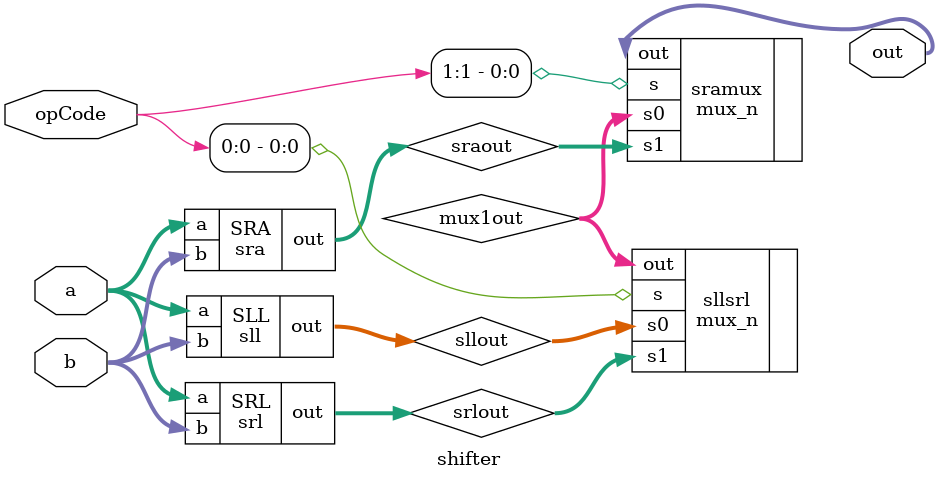
<source format=v>
module sll(a, b, out);
  input [31:0]a;
  input [4:0]b;
  output [31:0]out;

  assign out = a << b;
endmodule

// 32-bit SRL
module srl(a, b, out);
  input [31:0]a;
  input [4:0]b;
  output [31:0]out;

  assign out = a >> b;
endmodule

// 32-bit SRA
module sra(a, b, out);
  input signed [31:0]a;
  input [4:0]b;
  output [31:0]out;

  assign out = a >>> b;
endmodule

// 36-bit SRA shift right for foureach
module sra36(a, b, out);
  input signed [35:0]a;
  input [2:0]b;
  output [35:0]out;

  assign out = a >>> b;
endmodule

// 65-bit SRA shift right 4 for mult
module sra65(a, out);
  input signed [64:0]a;
  output [64:0]out;

  assign out = a >>> 4'b0100;
endmodule

// 32-bit general shifter
// SLL: 00, SRL: 01, SRA: 10
module shifter(opCode, a, b, out);
  input [1:0] opCode;
  input [31:0] a;
  input [4:0] b;
  output [31:0] out;

  wire [31:0] sllout;
  wire [31:0] srlout;
  wire [31:0] sraout;

  wire [31:0] mux1out;
  wire [31:0] mux2out;

  sll SLL (.a(a), .b(b), .out(sllout));
  srl SRL (.a(a), .b(b), .out(srlout));
  sra SRA (.a(a), .b(b), .out(sraout));

  mux_n #(32) sllsrl(.s(opCode[0]), .s0(sllout), .s1(srlout), .out(mux1out));
  mux_n #(32) sramux(.s(opCode[1]), .s0(mux1out), .s1(sraout), .out(out));
endmodule





</source>
